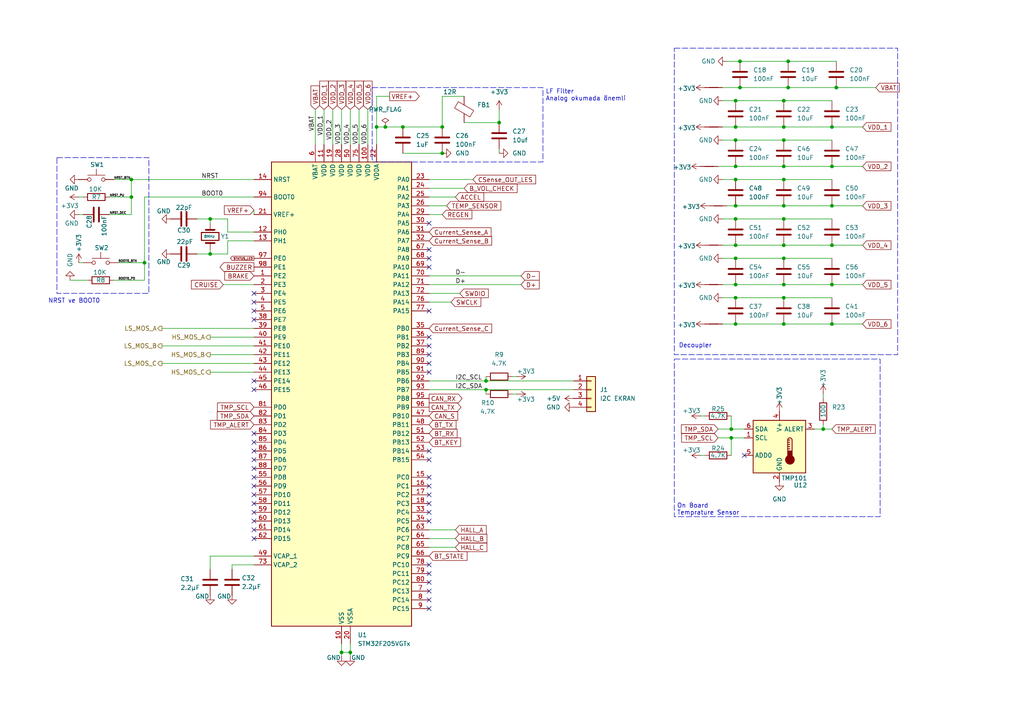
<source format=kicad_sch>
(kicad_sch (version 20250114) (generator "eeschema") (generator_version "9.0")
  (paper "A4")
  (rectangle (start 16.51 45.72) (end 43.18 85.09) (stroke (width 0) (type dash)))
  (rectangle (start 195.58 13.97) (end 260.35 102.87) (stroke (width 0) (type dash)))
  (rectangle (start 107.95 25.4) (end 157.48 46.99) (stroke (width 0) (type dash)))
  (rectangle (start 195.58 104.14) (end 255.27 149.86) (stroke (width 0) (type dash)))
  (text "NRST ve BOOT0\n" (at 13.97 87.376 0) (effects (font (size 1.27 1.27)) (justify left)))
  (text "On Board \nTemprature Sensor" (at 196.342 147.828 0) (effects (font (size 1.27 1.27)) (justify left)))
  (text "LF Filter\nAnalog okumada önemli\n" (at 158.242 27.686 0) (effects (font (size 1.27 1.27)) (justify left)))
  (text "Decoupler\n" (at 196.85 100.33 0) (effects (font (size 1.27 1.27)) (justify left)))
  (junction (at 227.33 52.07))
  (junction (at 144.78 35.56))
  (junction (at 213.36 82.55))
  (junction (at 109.22 36.83))
  (junction (at 213.36 52.07))
  (junction (at 213.36 71.12))
  (junction (at 241.3 93.98))
  (junction (at 214.63 25.4))
  (junction (at 111.76 36.83))
  (junction (at 213.36 48.26))
  (junction (at 213.36 36.83))
  (junction (at 227.33 63.5))
  (junction (at 214.63 17.78))
  (junction (at 41.91 76.2))
  (junction (at 227.33 29.21))
  (junction (at 213.36 40.64))
  (junction (at 101.6 189.23))
  (junction (at 213.36 29.21))
  (junction (at 213.36 86.36))
  (junction (at 128.27 36.83))
  (junction (at 140.97 110.49))
  (junction (at 227.33 86.36))
  (junction (at 38.1 52.07))
  (junction (at 227.33 59.69))
  (junction (at 227.33 82.55))
  (junction (at 212.09 124.46))
  (junction (at 228.6 17.78))
  (junction (at 140.97 113.03))
  (junction (at 60.96 63.5))
  (junction (at 241.3 36.83))
  (junction (at 213.36 74.93))
  (junction (at 227.33 48.26))
  (junction (at 238.76 124.46))
  (junction (at 241.3 71.12))
  (junction (at 60.96 73.66))
  (junction (at 38.1 57.15))
  (junction (at 227.33 74.93))
  (junction (at 99.06 189.23))
  (junction (at 213.36 93.98))
  (junction (at 227.33 40.64))
  (junction (at 241.3 59.69))
  (junction (at 228.6 25.4))
  (junction (at 241.3 82.55))
  (junction (at 242.57 25.4))
  (junction (at 128.27 44.45))
  (junction (at 213.36 63.5))
  (junction (at 213.36 59.69))
  (junction (at 241.3 48.26))
  (junction (at 227.33 71.12))
  (junction (at 212.09 127))
  (junction (at 227.33 93.98))
  (junction (at 227.33 36.83))
  (junction (at 116.84 36.83))
  (no_connect (at 124.46 176.53))
  (no_connect (at 73.66 153.67))
  (no_connect (at 73.66 130.81))
  (no_connect (at 124.46 140.97))
  (no_connect (at 73.66 146.05))
  (no_connect (at 124.46 107.95))
  (no_connect (at 124.46 72.39))
  (no_connect (at 124.46 105.41))
  (no_connect (at 73.66 148.59))
  (no_connect (at 124.46 173.99))
  (no_connect (at 124.46 77.47))
  (no_connect (at 73.66 140.97))
  (no_connect (at 124.46 64.77))
  (no_connect (at 73.66 110.49))
  (no_connect (at 73.66 90.17))
  (no_connect (at 73.66 156.21))
  (no_connect (at 73.66 151.13))
  (no_connect (at 124.46 102.87))
  (no_connect (at 124.46 151.13))
  (no_connect (at 124.46 97.79))
  (no_connect (at 124.46 130.81))
  (no_connect (at 73.66 92.71))
  (no_connect (at 124.46 163.83))
  (no_connect (at 124.46 143.51))
  (no_connect (at 215.9 132.08))
  (no_connect (at 124.46 166.37))
  (no_connect (at 73.66 128.27))
  (no_connect (at 124.46 171.45))
  (no_connect (at 124.46 138.43))
  (no_connect (at 124.46 74.93))
  (no_connect (at 124.46 148.59))
  (no_connect (at 124.46 100.33))
  (no_connect (at 73.66 135.89))
  (no_connect (at 124.46 133.35))
  (no_connect (at 73.66 143.51))
  (no_connect (at 73.66 87.63))
  (no_connect (at 124.46 146.05))
  (no_connect (at 73.66 113.03))
  (no_connect (at 124.46 168.91))
  (no_connect (at 73.66 133.35))
  (no_connect (at 124.46 90.17))
  (no_connect (at 73.66 138.43))
  (no_connect (at 73.66 85.09))
  (no_connect (at 73.66 125.73))
  (wire (pts (xy 124.46 153.67) (xy 132.08 153.67)))
  (wire (pts (xy 38.1 52.07) (xy 38.1 57.15)))
  (wire (pts (xy 60.96 72.39) (xy 60.96 73.66)))
  (wire (pts (xy 99.06 190.5) (xy 99.06 189.23)))
  (wire (pts (xy 209.55 71.12) (xy 213.36 71.12)))
  (wire (pts (xy 238.76 114.3) (xy 238.76 115.57)))
  (wire (pts (xy 227.33 40.64) (xy 241.3 40.64)))
  (wire (pts (xy 113.03 27.94) (xy 109.22 27.94)))
  (wire (pts (xy 212.09 124.46) (xy 215.9 124.46)))
  (wire (pts (xy 208.28 48.26) (xy 213.36 48.26)))
  (wire (pts (xy 99.06 31.75) (xy 99.06 41.91)))
  (wire (pts (xy 209.55 52.07) (xy 213.36 52.07)))
  (wire (pts (xy 227.33 59.69) (xy 241.3 59.69)))
  (wire (pts (xy 109.22 41.91) (xy 109.22 36.83)))
  (wire (pts (xy 41.91 81.28) (xy 41.91 76.2)))
  (wire (pts (xy 238.76 124.46) (xy 241.3 124.46)))
  (wire (pts (xy 60.96 161.29) (xy 73.66 161.29)))
  (wire (pts (xy 124.46 158.75) (xy 132.08 158.75)))
  (wire (pts (xy 60.96 63.5) (xy 60.96 64.77)))
  (wire (pts (xy 99.06 189.23) (xy 101.6 189.23)))
  (wire (pts (xy 46.99 105.41) (xy 73.66 105.41)))
  (wire (pts (xy 166.37 110.49) (xy 140.97 110.49)))
  (wire (pts (xy 228.6 17.78) (xy 242.57 17.78)))
  (wire (pts (xy 124.46 85.09) (xy 133.35 85.09)))
  (wire (pts (xy 46.99 95.25) (xy 73.66 95.25)))
  (wire (pts (xy 213.36 82.55) (xy 227.33 82.55)))
  (wire (pts (xy 212.09 127) (xy 215.9 127)))
  (wire (pts (xy 124.46 82.55) (xy 151.13 82.55)))
  (wire (pts (xy 227.33 93.98) (xy 241.3 93.98)))
  (wire (pts (xy 57.15 73.66) (xy 60.96 73.66)))
  (wire (pts (xy 209.55 93.98) (xy 213.36 93.98)))
  (wire (pts (xy 106.68 31.75) (xy 106.68 41.91)))
  (wire (pts (xy 66.04 63.5) (xy 60.96 63.5)))
  (wire (pts (xy 22.86 62.23) (xy 24.13 62.23)))
  (wire (pts (xy 41.91 57.15) (xy 73.66 57.15)))
  (wire (pts (xy 67.31 163.83) (xy 67.31 165.1)))
  (wire (pts (xy 73.66 60.96) (xy 73.66 62.23)))
  (wire (pts (xy 209.55 25.4) (xy 214.63 25.4)))
  (wire (pts (xy 227.33 74.93) (xy 241.3 74.93)))
  (wire (pts (xy 38.1 52.07) (xy 73.66 52.07)))
  (wire (pts (xy 116.84 36.83) (xy 128.27 36.83)))
  (wire (pts (xy 140.97 113.03) (xy 166.37 113.03)))
  (wire (pts (xy 99.06 189.23) (xy 99.06 186.69)))
  (wire (pts (xy 212.09 120.65) (xy 212.09 124.46)))
  (wire (pts (xy 134.62 35.56) (xy 144.78 35.56)))
  (wire (pts (xy 104.14 31.75) (xy 104.14 41.91)))
  (wire (pts (xy 227.33 63.5) (xy 241.3 63.5)))
  (wire (pts (xy 227.33 86.36) (xy 241.3 86.36)))
  (wire (pts (xy 66.04 67.31) (xy 73.66 67.31)))
  (wire (pts (xy 124.46 87.63) (xy 130.81 87.63)))
  (wire (pts (xy 144.78 44.45) (xy 144.78 43.18)))
  (wire (pts (xy 66.04 67.31) (xy 66.04 63.5)))
  (wire (pts (xy 210.82 59.69) (xy 213.36 59.69)))
  (wire (pts (xy 212.09 127) (xy 212.09 132.08)))
  (wire (pts (xy 124.46 62.23) (xy 128.27 62.23)))
  (wire (pts (xy 124.46 59.69) (xy 129.54 59.69)))
  (wire (pts (xy 214.63 17.78) (xy 228.6 17.78)))
  (wire (pts (xy 128.27 27.94) (xy 128.27 36.83)))
  (wire (pts (xy 60.96 161.29) (xy 60.96 165.1)))
  (wire (pts (xy 33.02 81.28) (xy 41.91 81.28)))
  (wire (pts (xy 213.36 93.98) (xy 227.33 93.98)))
  (wire (pts (xy 96.52 31.75) (xy 96.52 41.91)))
  (wire (pts (xy 20.32 81.28) (xy 25.4 81.28)))
  (wire (pts (xy 46.99 100.33) (xy 73.66 100.33)))
  (wire (pts (xy 31.75 57.15) (xy 38.1 57.15)))
  (wire (pts (xy 124.46 52.07) (xy 137.16 52.07)))
  (wire (pts (xy 213.36 71.12) (xy 227.33 71.12)))
  (wire (pts (xy 60.96 102.87) (xy 73.66 102.87)))
  (wire (pts (xy 203.2 120.65) (xy 204.47 120.65)))
  (wire (pts (xy 214.63 25.4) (xy 228.6 25.4)))
  (wire (pts (xy 66.04 69.85) (xy 73.66 69.85)))
  (wire (pts (xy 209.55 29.21) (xy 213.36 29.21)))
  (wire (pts (xy 93.98 31.75) (xy 93.98 41.91)))
  (wire (pts (xy 208.28 127) (xy 212.09 127)))
  (wire (pts (xy 128.27 27.94) (xy 134.62 27.94)))
  (wire (pts (xy 238.76 124.46) (xy 236.22 124.46)))
  (wire (pts (xy 213.36 40.64) (xy 227.33 40.64)))
  (wire (pts (xy 213.36 86.36) (xy 227.33 86.36)))
  (wire (pts (xy 227.33 82.55) (xy 241.3 82.55)))
  (wire (pts (xy 38.1 62.23) (xy 38.1 57.15)))
  (wire (pts (xy 213.36 63.5) (xy 227.33 63.5)))
  (wire (pts (xy 124.46 80.01) (xy 151.13 80.01)))
  (wire (pts (xy 124.46 156.21) (xy 132.08 156.21)))
  (wire (pts (xy 241.3 93.98) (xy 250.19 93.98)))
  (wire (pts (xy 111.76 36.83) (xy 116.84 36.83)))
  (wire (pts (xy 209.55 40.64) (xy 213.36 40.64)))
  (wire (pts (xy 208.28 124.46) (xy 212.09 124.46)))
  (wire (pts (xy 227.33 48.26) (xy 241.3 48.26)))
  (wire (pts (xy 241.3 36.83) (xy 250.19 36.83)))
  (wire (pts (xy 57.15 63.5) (xy 60.96 63.5)))
  (wire (pts (xy 149.86 109.22) (xy 148.59 109.22)))
  (wire (pts (xy 124.46 54.61) (xy 134.62 54.61)))
  (wire (pts (xy 67.31 163.83) (xy 73.66 163.83)))
  (wire (pts (xy 124.46 110.49) (xy 140.97 110.49)))
  (wire (pts (xy 213.36 74.93) (xy 227.33 74.93)))
  (wire (pts (xy 60.96 97.79) (xy 73.66 97.79)))
  (wire (pts (xy 116.84 44.45) (xy 128.27 44.45)))
  (wire (pts (xy 101.6 189.23) (xy 101.6 186.69)))
  (wire (pts (xy 241.3 48.26) (xy 250.19 48.26)))
  (wire (pts (xy 227.33 29.21) (xy 241.3 29.21)))
  (wire (pts (xy 209.55 86.36) (xy 213.36 86.36)))
  (wire (pts (xy 149.86 114.3) (xy 148.59 114.3)))
  (wire (pts (xy 101.6 190.5) (xy 101.6 189.23)))
  (wire (pts (xy 66.04 69.85) (xy 66.04 73.66)))
  (wire (pts (xy 22.86 76.2) (xy 24.13 76.2)))
  (wire (pts (xy 109.22 27.94) (xy 109.22 36.83)))
  (wire (pts (xy 209.55 63.5) (xy 213.36 63.5)))
  (wire (pts (xy 228.6 25.4) (xy 242.57 25.4)))
  (wire (pts (xy 124.46 113.03) (xy 140.97 113.03)))
  (wire (pts (xy 213.36 29.21) (xy 227.33 29.21)))
  (wire (pts (xy 210.82 17.78) (xy 214.63 17.78)))
  (wire (pts (xy 241.3 82.55) (xy 250.19 82.55)))
  (wire (pts (xy 33.02 52.07) (xy 38.1 52.07)))
  (wire (pts (xy 227.33 71.12) (xy 241.3 71.12)))
  (wire (pts (xy 241.3 71.12) (xy 250.19 71.12)))
  (wire (pts (xy 64.77 82.55) (xy 73.66 82.55)))
  (wire (pts (xy 22.86 57.15) (xy 24.13 57.15)))
  (wire (pts (xy 242.57 25.4) (xy 254 25.4)))
  (wire (pts (xy 140.97 113.03) (xy 140.97 114.3)))
  (wire (pts (xy 60.96 73.66) (xy 66.04 73.66)))
  (wire (pts (xy 213.36 48.26) (xy 227.33 48.26)))
  (wire (pts (xy 91.44 31.75) (xy 91.44 41.91)))
  (wire (pts (xy 60.96 107.95) (xy 73.66 107.95)))
  (wire (pts (xy 101.6 31.75) (xy 101.6 41.91)))
  (wire (pts (xy 203.2 132.08) (xy 204.47 132.08)))
  (wire (pts (xy 31.75 62.23) (xy 38.1 62.23)))
  (wire (pts (xy 213.36 59.69) (xy 227.33 59.69)))
  (wire (pts (xy 213.36 36.83) (xy 227.33 36.83)))
  (wire (pts (xy 241.3 59.69) (xy 250.19 59.69)))
  (wire (pts (xy 227.33 36.83) (xy 241.3 36.83)))
  (wire (pts (xy 209.55 36.83) (xy 213.36 36.83)))
  (wire (pts (xy 209.55 82.55) (xy 213.36 82.55)))
  (wire (pts (xy 209.55 74.93) (xy 213.36 74.93)))
  (wire (pts (xy 213.36 52.07) (xy 227.33 52.07)))
  (wire (pts (xy 144.78 31.75) (xy 144.78 35.56)))
  (wire (pts (xy 41.91 57.15) (xy 41.91 76.2)))
  (wire (pts (xy 109.22 36.83) (xy 111.76 36.83)))
  (wire (pts (xy 140.97 110.49) (xy 140.97 109.22)))
  (wire (pts (xy 238.76 123.19) (xy 238.76 124.46)))
  (wire (pts (xy 34.29 76.2) (xy 41.91 76.2)))
  (wire (pts (xy 227.33 52.07) (xy 241.3 52.07)))
  (wire (pts (xy 124.46 57.15) (xy 132.08 57.15)))
  (label "NRST" (at 58.42 52.07 0))
  (label "VDD_4" (at 101.6 41.91 90))
  (label "NRST_BTN" (at 33.02 52.07 0) (effects (font (size 0.635 0.635))))
  (label "NRST_PU" (at 31.75 57.15 0) (effects (font (size 0.635 0.635))))
  (label "VDD_3" (at 99.06 41.91 90))
  (label "VBAT" (at 91.44 38.1 90))
  (label "VDD_6" (at 106.68 41.91 90))
  (label "BOOT0_PD" (at 34.29 81.28 0) (effects (font (size 0.635 0.635))))
  (label "D+" (at 132.08 82.55 0))
  (label "VDD_2" (at 96.52 40.64 90))
  (label "I2C_SCL" (at 132.08 110.49 0))
  (label "I2C_SDA" (at 132.08 113.03 0))
  (label "NRST_DEC" (at 31.75 62.23 0) (effects (font (size 0.635 0.635))))
  (label "BOOT0" (at 58.42 57.15 0))
  (label "VDD_5" (at 104.14 41.91 90))
  (label "VDD_1" (at 93.98 39.37 90))
  (label "D-" (at 132.08 80.01 0))
  (label "BOOT0_BTN" (at 34.29 76.2 0) (effects (font (size 0.635 0.635))))
  (global_label "CRUISE" (shape input) (at 64.77 82.55 180) (property "Intersheetrefs" "${INTERSHEET_REFS}" (effects (hide yes))))
  (global_label "HALL_C" (shape input) (at 132.08 158.75 0) (property "Intersheetrefs" "${INTERSHEET_REFS}" (effects (hide yes))))
  (global_label "CAN_TX" (shape output) (at 124.46 118.11 0) (property "Intersheetrefs" "${INTERSHEET_REFS}" (effects (hide yes))))
  (global_label "VDD_4" (shape input) (at 250.19 71.12 0) (property "Intersheetrefs" "${INTERSHEET_REFS}" (effects (hide yes))))
  (global_label "CAN_S" (shape input) (at 124.46 120.65 0) (property "Intersheetrefs" "${INTERSHEET_REFS}" (effects (hide yes))))
  (global_label "D+" (shape input) (at 151.1203 82.55 0) (property "Intersheetrefs" "${INTERSHEET_REFS}" (effects (hide yes))))
  (global_label "VDD_3" (shape input) (at 250.19 59.69 0) (property "Intersheetrefs" "${INTERSHEET_REFS}" (effects (hide yes))))
  (global_label "VDD_2" (shape input) (at 250.19 48.26 0) (property "Intersheetrefs" "${INTERSHEET_REFS}" (effects (hide yes))))
  (global_label "D-" (shape input) (at 151.13 80.01 0) (property "Intersheetrefs" "${INTERSHEET_REFS}" (effects (hide yes))))
  (global_label "BT_KEY" (shape input) (at 124.46 128.27 0) (property "Intersheetrefs" "${INTERSHEET_REFS}" (effects (hide yes))))
  (global_label "HALL_B" (shape input) (at 132.08 156.21 0) (property "Intersheetrefs" "${INTERSHEET_REFS}" (effects (hide yes))))
  (global_label "HALL_A" (shape input) (at 132.08 153.67 0) (property "Intersheetrefs" "${INTERSHEET_REFS}" (effects (hide yes))))
  (global_label "STATUS_LED" (shape output) (at 73.66 74.93 180) (effects (font (size 0.635 0.635))) (property "Intersheetrefs" "${INTERSHEET_REFS}" (effects (hide yes))))
  (global_label "SWDIO" (shape input) (at 133.35 85.09 0) (property "Intersheetrefs" "${INTERSHEET_REFS}" (effects (hide yes))))
  (global_label "Current_Sense_B" (shape input) (at 124.46 69.85 0) (property "Intersheetrefs" "${INTERSHEET_REFS}" (effects (hide yes))))
  (global_label "TMP_SDA" (shape input) (at 73.66 120.65 180) (property "Intersheetrefs" "${INTERSHEET_REFS}" (effects (hide yes))))
  (global_label "TMP_ALERT" (shape input) (at 73.66 123.19 180) (property "Intersheetrefs" "${INTERSHEET_REFS}" (effects (hide yes))))
  (global_label "VDD_1" (shape input) (at 250.19 36.83 0) (property "Intersheetrefs" "${INTERSHEET_REFS}" (effects (hide yes))))
  (global_label "VREF+" (shape input) (at 73.66 60.96 180) (property "Intersheetrefs" "${INTERSHEET_REFS}" (effects (hide yes))))
  (global_label "REGEN" (shape input) (at 128.27 62.23 0) (property "Intersheetrefs" "${INTERSHEET_REFS}" (effects (hide yes))))
  (global_label "CAN_RX" (shape output) (at 124.46 115.57 0) (property "Intersheetrefs" "${INTERSHEET_REFS}" (effects (hide yes))))
  (global_label "BT_STATE" (shape input) (at 124.46 161.29 0) (property "Intersheetrefs" "${INTERSHEET_REFS}" (effects (hide yes))))
  (global_label "B_VOL_CHECK" (shape input) (at 134.62 54.61 0) (property "Intersheetrefs" "${INTERSHEET_REFS}" (effects (hide yes))))
  (global_label "VDD_6" (shape input) (at 106.68 31.75 90) (property "Intersheetrefs" "${INTERSHEET_REFS}" (effects (hide yes))))
  (global_label "TMP_ALERT" (shape input) (at 241.3 124.46 0) (property "Intersheetrefs" "${INTERSHEET_REFS}" (effects (hide yes))))
  (global_label "TMP_SCL" (shape input) (at 73.66 118.11 180) (property "Intersheetrefs" "${INTERSHEET_REFS}" (effects (hide yes))))
  (global_label "ACCEL" (shape input) (at 132.08 57.15 0) (property "Intersheetrefs" "${INTERSHEET_REFS}" (effects (hide yes))))
  (global_label "VDD_2" (shape input) (at 96.52 31.75 90) (property "Intersheetrefs" "${INTERSHEET_REFS}" (effects (hide yes))))
  (global_label "BT_RX" (shape input) (at 124.46 125.73 0) (property "Intersheetrefs" "${INTERSHEET_REFS}" (effects (hide yes))))
  (global_label "BRAKE" (shape input) (at 73.66 80.01 180) (property "Intersheetrefs" "${INTERSHEET_REFS}" (effects (hide yes))))
  (global_label "VDD_4" (shape input) (at 101.6 31.75 90) (property "Intersheetrefs" "${INTERSHEET_REFS}" (effects (hide yes))))
  (global_label "CSense_OUT_LES" (shape input) (at 137.16 52.07 0) (property "Intersheetrefs" "${INTERSHEET_REFS}" (effects (hide yes))))
  (global_label "BT_TX" (shape input) (at 124.46 123.19 0) (property "Intersheetrefs" "${INTERSHEET_REFS}" (effects (hide yes))))
  (global_label "VBAT" (shape input) (at 91.44 31.75 90) (property "Intersheetrefs" "${INTERSHEET_REFS}" (effects (hide yes))))
  (global_label "VDD_5" (shape input) (at 104.14 31.75 90) (property "Intersheetrefs" "${INTERSHEET_REFS}" (effects (hide yes))))
  (global_label "VREF+" (shape output) (at 113.03 27.94 0) (property "Intersheetrefs" "${INTERSHEET_REFS}" (effects (hide yes))))
  (global_label "VDD_1" (shape input) (at 93.98 31.75 90) (property "Intersheetrefs" "${INTERSHEET_REFS}" (effects (hide yes))))
  (global_label "Current_Sense_C" (shape input) (at 124.46 95.25 0) (property "Intersheetrefs" "${INTERSHEET_REFS}" (effects (hide yes))))
  (global_label "VBAT" (shape input) (at 254 25.4 0) (property "Intersheetrefs" "${INTERSHEET_REFS}" (effects (hide yes))))
  (global_label "VDD_5" (shape input) (at 250.19 82.55 0) (property "Intersheetrefs" "${INTERSHEET_REFS}" (effects (hide yes))))
  (global_label "TMP_SDA" (shape input) (at 208.28 124.46 180) (property "Intersheetrefs" "${INTERSHEET_REFS}" (effects (hide yes))))
  (global_label "TEMP_SENSOR" (shape input) (at 129.54 59.69 0) (property "Intersheetrefs" "${INTERSHEET_REFS}" (effects (hide yes))))
  (global_label "BUZZER" (shape output) (at 73.66 77.47 180) (property "Intersheetrefs" "${INTERSHEET_REFS}" (effects (hide yes))))
  (global_label "SWCLK" (shape input) (at 130.81 87.63 0) (property "Intersheetrefs" "${INTERSHEET_REFS}" (effects (hide yes))))
  (global_label "Current_Sense_A" (shape input) (at 124.46 67.31 0) (property "Intersheetrefs" "${INTERSHEET_REFS}" (effects (hide yes))))
  (global_label "VDD_3" (shape input) (at 99.06 31.75 90) (property "Intersheetrefs" "${INTERSHEET_REFS}" (effects (hide yes))))
  (global_label "TMP_SCL" (shape input) (at 208.28 127 180) (property "Intersheetrefs" "${INTERSHEET_REFS}" (effects (hide yes))))
  (global_label "VDD_6" (shape input) (at 250.19 93.98 0) (property "Intersheetrefs" "${INTERSHEET_REFS}" (effects (hide yes))))
  (hierarchical_label "HS_MOS_A" (shape output) (at 60.96 97.79 180))
  (hierarchical_label "LS_MOS_C" (shape output) (at 46.99 105.41 180))
  (hierarchical_label "HS_MOS_B" (shape output) (at 60.96 102.87 180))
  (hierarchical_label "LS_MOS_B" (shape output) (at 46.99 100.33 180))
  (hierarchical_label "HS_MOS_C" (shape output) (at 60.96 107.95 180))
  (hierarchical_label "LS_MOS_A" (shape output) (at 46.99 95.25 180))
  (symbol (lib_id "Device:NetTie_2") (at 208.28 59.69 0) (unit 1) (in_bom no)
    (property "Reference" "NT5" (effects (hide yes)))
    (property "Value" "NetTie_2" (effects (hide yes)))
    (property "Footprint" "NetTie:NetTie-2_SMD_Pad0.5mm" (effects (hide yes)))
    (property "Description" "Net tie, 2 pins" (effects (hide yes)))
  )
  (symbol (lib_id "Device:C") (at 242.57 21.59 0) (unit 1)
    (property "Reference" "C20" (at 246.38 20.3199 0) (effects (justify left)))
    (property "Value" "100nF" (at 246.38 22.8599 0) (effects (justify left)))
    (property "Footprint" "Capacitor_SMD:C_0603_1608Metric_Pad1.08x0.95mm_HandSolder" (effects (hide yes)))
    (property "Description" "Unpolarized capacitor" (effects (hide yes)))
  )
  (symbol (lib_id "Sensor_Temperature:TMP101") (at 226.06 129.54 0) (unit 1)
    (property "Reference" "U12" (at 232.156 140.716 0))
    (property "Value" "TMP101" (at 230.378 138.684 0))
    (property "Footprint" "Package_TO_SOT_SMD:SOT-23-6" (effects (hide yes)))
    (property "Datasheet" "https://www.ti.com/lit/ds/symlink/tmp101.pdf" (effects (hide yes)))
    (property "Description" "Digital Temperature Sensor with I2C/SMBus Interface, ±2°C, one-shot conversion, alert, SOT-23-6" (effects (hide yes)))
  )
  (symbol (lib_id "Device:C") (at 241.3 33.02 0) (unit 1)
    (property "Reference" "C23" (at 245.11 31.7499 0) (effects (justify left)))
    (property "Value" "100nF" (at 245.11 34.2899 0) (effects (justify left)))
    (property "Footprint" "Capacitor_SMD:C_0603_1608Metric_Pad1.08x0.95mm_HandSolder" (effects (hide yes)))
    (property "Description" "Unpolarized capacitor" (effects (hide yes)))
  )
  (symbol (lib_id "power:GND") (at 128.27 44.45 90) (unit 1)
    (property "Reference" "#PWR026" (effects (hide yes)))
    (property "Value" "GND" (at 132.08 44.4499 90) (effects (justify right)))
    (property "Description" "Power symbol creates a global label with name \"GND\" , ground" (effects (hide yes)))
  )
  (symbol (lib_id "power:+3V3") (at 204.47 82.55 90) (unit 1)
    (property "Reference" "#PWR090" (effects (hide yes)))
    (property "Value" "+3V3" (at 199.136 82.804 90))
    (property "Description" "Power symbol creates a global label with name \"+3V3\"" (effects (hide yes)))
  )
  (symbol (lib_id "power:GND") (at 67.31 172.72 0) (unit 1)
    (property "Reference" "#PWR042" (effects (hide yes)))
    (property "Value" "GND" (at 65.024 172.974 0))
    (property "Description" "Power symbol creates a global label with name \"GND\" , ground" (effects (hide yes)))
  )
  (symbol (lib_id "Device:R") (at 144.78 114.3 270) (unit 1)
    (property "Reference" "R10" (at 141.478 116.84 90))
    (property "Value" "4.7K" (at 141.478 119.38 90))
    (property "Footprint" "Resistor_SMD:R_0603_1608Metric_Pad0.98x0.95mm_HandSolder" (effects (hide yes)))
    (property "Description" "Resistor" (effects (hide yes)))
  )
  (symbol (lib_id "Device:C") (at 241.3 90.17 0) (unit 1)
    (property "Reference" "C41" (at 245.11 88.8999 0) (effects (justify left)))
    (property "Value" "100nF" (at 245.11 91.4399 0) (effects (justify left)))
    (property "Footprint" "Capacitor_SMD:C_0603_1608Metric_Pad1.08x0.95mm_HandSolder" (effects (hide yes)))
    (property "Description" "Unpolarized capacitor" (effects (hide yes)))
  )
  (symbol (lib_id "power:+3V3") (at 204.47 71.12 90) (unit 1)
    (property "Reference" "#PWR050" (effects (hide yes)))
    (property "Value" "+3V3" (at 199.136 71.374 90))
    (property "Description" "Power symbol creates a global label with name \"+3V3\"" (effects (hide yes)))
  )
  (symbol (lib_id "Switch:SW_Push") (at 29.21 76.2 0) (unit 1)
    (property "Reference" "SW2" (at 29.464 71.882 0))
    (property "Value" "SW_Push" (effects (hide yes)))
    (property "Footprint" "Button_Switch_THT:SW_PUSH_6mm_H8mm" (effects (hide yes)))
    (property "Description" "Push button switch, generic, two pins" (effects (hide yes)))
  )
  (symbol (lib_id "power:+3V3") (at 203.2 48.26 90) (unit 1)
    (property "Reference" "#PWR094" (effects (hide yes)))
    (property "Value" "+3V3" (at 197.866 48.514 90))
    (property "Description" "Power symbol creates a global label with name \"+3V3\"" (effects (hide yes)))
  )
  (symbol (lib_id "power:GND") (at 209.55 74.93 270) (unit 1)
    (property "Reference" "#PWR099" (effects (hide yes)))
    (property "Value" "GND" (at 204.724 74.93 90))
    (property "Description" "Power symbol creates a global label with name \"GND\" , ground" (effects (hide yes)))
  )
  (symbol (lib_id "power:+3V3") (at 149.86 114.3 270) (unit 1)
    (property "Reference" "#PWR035" (effects (hide yes)))
    (property "Value" "+3V3" (at 149.86 115.824 90) (effects (justify left)))
    (property "Description" "Power symbol creates a global label with name \"+3V3\"" (effects (hide yes)))
  )
  (symbol (lib_id "Device:C") (at 241.3 55.88 0) (unit 1)
    (property "Reference" "C50" (at 245.11 54.6099 0) (effects (justify left)))
    (property "Value" "100nF" (at 245.11 57.1499 0) (effects (justify left)))
    (property "Footprint" "Capacitor_SMD:C_0603_1608Metric_Pad1.08x0.95mm_HandSolder" (effects (hide yes)))
    (property "Description" "Unpolarized capacitor" (effects (hide yes)))
  )
  (symbol (lib_id "Switch:SW_Push") (at 27.94 52.07 0) (unit 1)
    (property "Reference" "SW1" (at 28.194 47.752 0))
    (property "Value" "SW_Push" (effects (hide yes)))
    (property "Footprint" "Button_Switch_THT:SW_PUSH_6mm_H8mm" (effects (hide yes)))
    (property "Description" "Push button switch, generic, two pins" (effects (hide yes)))
  )
  (symbol (lib_id "power:GND") (at 22.86 52.07 270) (unit 1)
    (property "Reference" "#PWR028" (effects (hide yes)))
    (property "Value" "GND" (at 22.86 54.61 90) (effects (justify right)))
    (property "Description" "Power symbol creates a global label with name \"GND\" , ground" (effects (hide yes)))
  )
  (symbol (lib_id "power:+3V3") (at 204.47 25.4 90) (unit 1)
    (property "Reference" "#PWR03" (effects (hide yes)))
    (property "Value" "+3V3" (at 199.136 25.654 90))
    (property "Description" "Power symbol creates a global label with name \"+3V3\"" (effects (hide yes)))
  )
  (symbol (lib_id "Device:Crystal") (at 60.96 68.58 270) (unit 1)
    (property "Reference" "Y1" (at 64.008 68.58 90) (effects (justify left)))
    (property "Value" "8MHz" (at 59.182 68.58 90) (effects (font (size 0.762 0.762)) (justify left)))
    (property "Footprint" "Crystal:Crystal_HC18-U_Vertical" (effects (hide yes)))
    (property "Description" "Two pin crystal" (effects (hide yes)))
  )
  (symbol (lib_id "power:+3V3") (at 203.2 120.65 90) (unit 1)
    (property "Reference" "#PWR0116" (effects (hide yes)))
    (property "Value" "+3V3" (at 203.2 119.126 90) (effects (justify left)))
    (property "Description" "Power symbol creates a global label with name \"+3V3\"" (effects (hide yes)))
  )
  (symbol (lib_id "power:PWR_FLAG") (at 111.76 36.83 0) (unit 1)
    (property "Reference" "#FLG05" (effects (hide yes)))
    (property "Value" "PWR_FLAG" (at 111.76 31.75 0))
    (property "Description" "Special symbol for telling ERC where power comes from" (effects (hide yes)))
  )
  (symbol (lib_id "power:+3V3") (at 226.06 119.38 0) (unit 1)
    (property "Reference" "#PWR0112" (effects (hide yes)))
    (property "Value" "+3V3" (at 226.06 114.808 90))
    (property "Description" "Power symbol creates a global label with name \"+3V3\"" (effects (hide yes)))
  )
  (symbol (lib_id "power:+3V3") (at 149.86 109.22 270) (unit 1)
    (property "Reference" "#PWR034" (effects (hide yes)))
    (property "Value" "+3V3" (at 149.86 107.696 90) (effects (justify left)))
    (property "Description" "Power symbol creates a global label with name \"+3V3\"" (effects (hide yes)))
  )
  (symbol (lib_id "power:GND") (at 49.53 73.66 270) (unit 1)
    (property "Reference" "#PWR033" (effects (hide yes)))
    (property "Value" "GND" (at 49.53 75.946 90) (effects (justify right)))
    (property "Description" "Power symbol creates a global label with name \"GND\" , ground" (effects (hide yes)))
  )
  (symbol (lib_id "Device:NetTie_2") (at 207.01 36.83 0) (unit 1) (in_bom no)
    (property "Reference" "NT3" (effects (hide yes)))
    (property "Value" "NetTie_2" (effects (hide yes)))
    (property "Footprint" "NetTie:NetTie-2_SMD_Pad0.5mm" (effects (hide yes)))
    (property "Description" "Net tie, 2 pins" (effects (hide yes)))
  )
  (symbol (lib_id "Device:C") (at 214.63 21.59 0) (unit 1)
    (property "Reference" "C18" (at 218.44 20.3199 0) (effects (justify left)))
    (property "Value" "100nF" (at 218.44 22.8599 0) (effects (justify left)))
    (property "Footprint" "Capacitor_SMD:C_0603_1608Metric_Pad1.08x0.95mm_HandSolder" (effects (hide yes)))
    (property "Description" "Unpolarized capacitor" (effects (hide yes)))
  )
  (symbol (lib_id "Device:NetTie_2") (at 207.01 93.98 0) (unit 1) (in_bom no)
    (property "Reference" "NT6" (effects (hide yes)))
    (property "Value" "NetTie_2" (effects (hide yes)))
    (property "Footprint" "NetTie:NetTie-2_SMD_Pad0.5mm" (effects (hide yes)))
    (property "Description" "Net tie, 2 pins" (effects (hide yes)))
  )
  (symbol (lib_id "Device:C") (at 227.33 67.31 0) (unit 1)
    (property "Reference" "C52" (at 231.14 66.0399 0) (effects (justify left)))
    (property "Value" "10uF" (at 231.14 68.5799 0) (effects (justify left)))
    (property "Footprint" "Capacitor_SMD:C_0603_1608Metric_Pad1.08x0.95mm_HandSolder" (effects (hide yes)))
    (property "Description" "Unpolarized capacitor" (effects (hide yes)))
  )
  (symbol (lib_id "power:GND") (at 209.55 52.07 270) (unit 1)
    (property "Reference" "#PWR095" (effects (hide yes)))
    (property "Value" "GND" (at 204.724 52.07 90))
    (property "Description" "Power symbol creates a global label with name \"GND\" , ground" (effects (hide yes)))
  )
  (symbol (lib_id "Device:C") (at 144.78 39.37 0) (unit 1)
    (property "Reference" "C27" (at 148.59 38.0999 0) (effects (justify left)))
    (property "Value" "10uf" (at 148.59 40.6399 0) (effects (justify left)))
    (property "Footprint" "Capacitor_SMD:C_0805_2012Metric_Pad1.18x1.45mm_HandSolder" (effects (hide yes)))
    (property "Description" "Unpolarized capacitor" (effects (hide yes)))
  )
  (symbol (lib_id "Device:NetTie_2") (at 205.74 48.26 0) (unit 1) (in_bom no)
    (property "Reference" "NT9" (effects (hide yes)))
    (property "Value" "NetTie_2" (effects (hide yes)))
    (property "Footprint" "NetTie:NetTie-2_SMD_Pad0.5mm" (effects (hide yes)))
    (property "Description" "Net tie, 2 pins" (effects (hide yes)))
  )
  (symbol (lib_id "Device:C") (at 53.34 63.5 90) (unit 1)
    (property "Reference" "C30" (at 53.34 66.802 90))
    (property "Value" "22pF" (at 53.34 60.198 90))
    (property "Footprint" "Capacitor_SMD:C_0603_1608Metric_Pad1.08x0.95mm_HandSolder" (effects (hide yes)))
    (property "Description" "Unpolarized capacitor" (effects (hide yes)))
  )
  (symbol (lib_id "power:GND") (at 49.53 63.5 270) (unit 1)
    (property "Reference" "#PWR030" (effects (hide yes)))
    (property "Value" "GND" (at 49.53 61.214 90) (effects (justify right)))
    (property "Description" "Power symbol creates a global label with name \"GND\" , ground" (effects (hide yes)))
  )
  (symbol (lib_id "power:+3V3") (at 22.86 57.15 90) (unit 1)
    (property "Reference" "#PWR027" (effects (hide yes)))
    (property "Value" "+3V3" (at 22.86 59.69 90) (effects (justify left)))
    (property "Description" "Power symbol creates a global label with name \"+3V3\"" (effects (hide yes)))
  )
  (symbol (lib_id "power:+5V") (at 166.37 115.57 90) (unit 1)
    (property "Reference" "#PWR036" (effects (hide yes)))
    (property "Value" "+5V" (at 162.56 115.5699 90) (effects (justify left)))
    (property "Description" "Power symbol creates a global label with name \"+5V\"" (effects (hide yes)))
  )
  (symbol (lib_id "power:+3V3") (at 204.47 36.83 90) (unit 1)
    (property "Reference" "#PWR052" (effects (hide yes)))
    (property "Value" "+3V3" (at 199.136 37.084 90))
    (property "Description" "Power symbol creates a global label with name \"+3V3\"" (effects (hide yes)))
  )
  (symbol (lib_id "Device:R") (at 208.28 120.65 90) (unit 1)
    (property "Reference" "R25" (at 208.28 118.618 90))
    (property "Value" "4.7K" (at 208.28 120.65 90))
    (property "Footprint" "Resistor_SMD:R_0603_1608Metric_Pad0.98x0.95mm_HandSolder" (effects (hide yes)))
    (property "Description" "Resistor" (effects (hide yes)))
  )
  (symbol (lib_id "power:GND") (at 209.55 86.36 270) (unit 1)
    (property "Reference" "#PWR051" (effects (hide yes)))
    (property "Value" "GND" (at 204.724 86.36 90))
    (property "Description" "Power symbol creates a global label with name \"GND\" , ground" (effects (hide yes)))
  )
  (symbol (lib_id "Device:C") (at 227.33 55.88 0) (unit 1)
    (property "Reference" "C49" (at 231.14 54.6099 0) (effects (justify left)))
    (property "Value" "10uF" (at 231.14 57.1499 0) (effects (justify left)))
    (property "Footprint" "Capacitor_SMD:C_0603_1608Metric_Pad1.08x0.95mm_HandSolder" (effects (hide yes)))
    (property "Description" "Unpolarized capacitor" (effects (hide yes)))
  )
  (symbol (lib_id "power:GND") (at 166.37 118.11 270) (unit 1)
    (property "Reference" "#PWR037" (effects (hide yes)))
    (property "Value" "GND" (at 162.56 118.1099 90) (effects (justify right)))
    (property "Description" "Power symbol creates a global label with name \"GND\" , ground" (effects (hide yes)))
  )
  (symbol (lib_id "power:GND") (at 226.06 139.7 0) (unit 1)
    (property "Reference" "#PWR0113" (effects (hide yes)))
    (property "Value" "GND" (at 226.06 144.78 0))
    (property "Description" "Power symbol creates a global label with name \"GND\" , ground" (effects (hide yes)))
  )
  (symbol (lib_id "Device:C") (at 227.33 90.17 0) (unit 1)
    (property "Reference" "C38" (at 231.14 88.8999 0) (effects (justify left)))
    (property "Value" "10uF" (at 231.14 91.4399 0) (effects (justify left)))
    (property "Footprint" "Capacitor_SMD:C_0603_1608Metric_Pad1.08x0.95mm_HandSolder" (effects (hide yes)))
    (property "Description" "Unpolarized capacitor" (effects (hide yes)))
  )
  (symbol (lib_id "Device:C") (at 213.36 90.17 0) (unit 1)
    (property "Reference" "C37" (at 217.17 88.8999 0) (effects (justify left)))
    (property "Value" "100nF" (at 217.17 91.4399 0) (effects (justify left)))
    (property "Footprint" "Capacitor_SMD:C_0603_1608Metric_Pad1.08x0.95mm_HandSolder" (effects (hide yes)))
    (property "Description" "Unpolarized capacitor" (effects (hide yes)))
  )
  (symbol (lib_id "power:+3V3") (at 204.47 93.98 90) (unit 1)
    (property "Reference" "#PWR088" (effects (hide yes)))
    (property "Value" "+3V3" (at 199.136 94.234 90))
    (property "Description" "Power symbol creates a global label with name \"+3V3\"" (effects (hide yes)))
  )
  (symbol (lib_id "power:GND") (at 144.78 44.45 90) (unit 1)
    (property "Reference" "#PWR023" (effects (hide yes)))
    (property "Value" "GND" (at 148.59 44.4499 90) (effects (justify right)))
    (property "Description" "Power symbol creates a global label with name \"GND\" , ground" (effects (hide yes)))
  )
  (symbol (lib_id "power:GND") (at 60.96 172.72 0) (unit 1)
    (property "Reference" "#PWR041" (effects (hide yes)))
    (property "Value" "GND" (at 58.674 172.974 0))
    (property "Description" "Power symbol creates a global label with name \"GND\" , ground" (effects (hide yes)))
  )
  (symbol (lib_id "power:GND") (at 210.82 17.78 270) (unit 1)
    (property "Reference" "#PWR020" (effects (hide yes)))
    (property "Value" "GND" (at 205.486 17.78 90))
    (property "Description" "Power symbol creates a global label with name \"GND\" , ground" (effects (hide yes)))
  )
  (symbol (lib_id "Device:NetTie_2") (at 207.01 25.4 0) (unit 1) (in_bom no)
    (property "Reference" "NT2" (effects (hide yes)))
    (property "Value" "NetTie_2" (effects (hide yes)))
    (property "Footprint" "NetTie:NetTie-2_SMD_Pad0.5mm" (effects (hide yes)))
    (property "Description" "Net tie, 2 pins" (effects (hide yes)))
  )
  (symbol (lib_id "Device:C") (at 67.31 168.91 0) (unit 1)
    (property "Reference" "C32" (at 70.104 167.64 0) (effects (justify left)))
    (property "Value" "2.2µF" (at 70.104 170.18 0) (effects (justify left)))
    (property "Footprint" "Capacitor_SMD:C_0603_1608Metric_Pad1.08x0.95mm_HandSolder" (effects (hide yes)))
    (property "Description" "Unpolarized capacitor" (effects (hide yes)))
  )
  (symbol (lib_id "power:GND") (at 209.55 63.5 270) (unit 1)
    (property "Reference" "#PWR097" (effects (hide yes)))
    (property "Value" "GND" (at 204.724 63.5 90))
    (property "Description" "Power symbol creates a global label with name \"GND\" , ground" (effects (hide yes)))
  )
  (symbol (lib_id "power:GND") (at 20.32 81.28 180) (unit 1)
    (property "Reference" "#PWR032" (effects (hide yes)))
    (property "Value" "GND" (at 20.3201 77.47 90) (effects (justify right)))
    (property "Description" "Power symbol creates a global label with name \"GND\" , ground" (effects (hide yes)))
  )
  (symbol (lib_id "Device:C") (at 227.33 44.45 0) (unit 1)
    (property "Reference" "C46" (at 231.14 43.1799 0) (effects (justify left)))
    (property "Value" "10uF" (at 231.14 45.7199 0) (effects (justify left)))
    (property "Footprint" "Capacitor_SMD:C_0603_1608Metric_Pad1.08x0.95mm_HandSolder" (effects (hide yes)))
    (property "Description" "Unpolarized capacitor" (effects (hide yes)))
  )
  (symbol (lib_id "power:+3V3") (at 203.2 132.08 90) (unit 1)
    (property "Reference" "#PWR0115" (effects (hide yes)))
    (property "Value" "+3V3" (at 203.2 130.556 90) (effects (justify left)))
    (property "Description" "Power symbol creates a global label with name \"+3V3\"" (effects (hide yes)))
  )
  (symbol (lib_id "Device:C") (at 128.27 40.64 0) (unit 1)
    (property "Reference" "C26" (at 132.08 39.3699 0) (effects (justify left)))
    (property "Value" "100nF" (at 132.08 41.9099 0) (effects (justify left)))
    (property "Footprint" "Capacitor_SMD:C_0603_1608Metric_Pad1.08x0.95mm_HandSolder" (effects (hide yes)))
    (property "Description" "Unpolarized capacitor" (effects (hide yes)))
  )
  (symbol (lib_id "Device:C") (at 241.3 78.74 0) (unit 1)
    (property "Reference" "C56" (at 245.11 77.4699 0) (effects (justify left)))
    (property "Value" "100nF" (at 245.11 80.0099 0) (effects (justify left)))
    (property "Footprint" "Capacitor_SMD:C_0603_1608Metric_Pad1.08x0.95mm_HandSolder" (effects (hide yes)))
    (property "Description" "Unpolarized capacitor" (effects (hide yes)))
  )
  (symbol (lib_id "Device:NetTie_2") (at 207.01 82.55 0) (unit 1) (in_bom no)
    (property "Reference" "NT7" (effects (hide yes)))
    (property "Value" "NetTie_2" (effects (hide yes)))
    (property "Footprint" "NetTie:NetTie-2_SMD_Pad0.5mm" (effects (hide yes)))
    (property "Description" "Net tie, 2 pins" (effects (hide yes)))
  )
  (symbol (lib_id "Device:R") (at 208.28 132.08 90) (unit 1)
    (property "Reference" "R24" (at 208.28 130.048 90))
    (property "Value" "4.7K" (at 208.28 132.08 90))
    (property "Footprint" "Resistor_SMD:R_0603_1608Metric_Pad0.98x0.95mm_HandSolder" (effects (hide yes)))
    (property "Description" "Resistor" (effects (hide yes)))
  )
  (symbol (lib_id "Device:R") (at 144.78 109.22 90) (unit 1)
    (property "Reference" "R9" (at 144.78 102.87 90))
    (property "Value" "4.7K" (at 144.78 105.41 90))
    (property "Footprint" "Resistor_SMD:R_0603_1608Metric_Pad0.98x0.95mm_HandSolder" (effects (hide yes)))
    (property "Description" "Resistor" (effects (hide yes)))
  )
  (symbol (lib_id "Connector_Generic:Conn_01x04") (at 171.45 113.03 0) (unit 1)
    (property "Reference" "J1" (at 173.99 113.0299 0) (effects (justify left)))
    (property "Value" "I2C EKRAN" (at 173.99 115.5699 0) (effects (justify left)))
    (property "Footprint" "Connector_PinSocket_2.00mm:PinSocket_1x04_P2.00mm_Vertical" (effects (hide yes)))
    (property "Description" "Generic connector, single row, 01x04, script generated (kicad-library-utils/schlib/autogen/connector/)" (effects (hide yes)))
  )
  (symbol (lib_id "power:GND") (at 209.55 29.21 270) (unit 1)
    (property "Reference" "#PWR091" (effects (hide yes)))
    (property "Value" "GND" (at 204.724 29.21 90))
    (property "Description" "Power symbol creates a global label with name \"GND\" , ground" (effects (hide yes)))
  )
  (symbol (lib_id "Device:C") (at 213.36 44.45 0) (unit 1)
    (property "Reference" "C24" (at 217.17 43.1799 0) (effects (justify left)))
    (property "Value" "100nF" (at 217.17 45.7199 0) (effects (justify left)))
    (property "Footprint" "Capacitor_SMD:C_0603_1608Metric_Pad1.08x0.95mm_HandSolder" (effects (hide yes)))
    (property "Description" "Unpolarized capacitor" (effects (hide yes)))
  )
  (symbol (lib_id "Device:C") (at 227.33 78.74 0) (unit 1)
    (property "Reference" "C55" (at 231.14 77.4699 0) (effects (justify left)))
    (property "Value" "10uF" (at 231.14 80.0099 0) (effects (justify left)))
    (property "Footprint" "Capacitor_SMD:C_0603_1608Metric_Pad1.08x0.95mm_HandSolder" (effects (hide yes)))
    (property "Description" "Unpolarized capacitor" (effects (hide yes)))
  )
  (symbol (lib_id "power:+3V3") (at 205.74 59.69 90) (unit 1)
    (property "Reference" "#PWR065" (effects (hide yes)))
    (property "Value" "+3V3" (at 200.406 59.944 90))
    (property "Description" "Power symbol creates a global label with name \"+3V3\"" (effects (hide yes)))
  )
  (symbol (lib_id "Device:FerriteBead") (at 134.62 31.75 0) (unit 1)
    (property "Reference" "FB1" (at 138.43 30.4291 0) (effects (justify left)))
    (property "Value" "12R" (at 128.524 26.67 0) (effects (justify left)))
    (property "Footprint" "Resistor_SMD:R_0805_2012Metric_Pad1.20x1.40mm_HandSolder" (effects (hide yes)))
    (property "Description" "Ferrite bead" (effects (hide yes)))
  )
  (symbol (lib_id "Device:C") (at 213.36 78.74 0) (unit 1)
    (property "Reference" "C54" (at 217.17 77.4699 0) (effects (justify left)))
    (property "Value" "100nF" (at 217.17 80.0099 0) (effects (justify left)))
    (property "Footprint" "Capacitor_SMD:C_0603_1608Metric_Pad1.08x0.95mm_HandSolder" (effects (hide yes)))
    (property "Description" "Unpolarized capacitor" (effects (hide yes)))
  )
  (symbol (lib_id "Device:C") (at 213.36 55.88 0) (unit 1)
    (property "Reference" "C48" (at 217.17 54.6099 0) (effects (justify left)))
    (property "Value" "100nF" (at 217.17 57.1499 0) (effects (justify left)))
    (property "Footprint" "Capacitor_SMD:C_0603_1608Metric_Pad1.08x0.95mm_HandSolder" (effects (hide yes)))
    (property "Description" "Unpolarized capacitor" (effects (hide yes)))
  )
  (symbol (lib_id "Device:C") (at 53.34 73.66 90) (unit 1)
    (property "Reference" "C29" (at 53.34 76.962 90))
    (property "Value" "22pF" (at 53.594 70.104 90))
    (property "Footprint" "Capacitor_SMD:C_0603_1608Metric_Pad1.08x0.95mm_HandSolder" (effects (hide yes)))
    (property "Description" "Unpolarized capacitor" (effects (hide yes)))
  )
  (symbol (lib_id "Device:R") (at 238.76 119.38 0) (unit 1)
    (property "Reference" "R23" (at 241.3 118.1099 0) (effects (justify left)))
    (property "Value" "100" (at 238.76 121.158 90) (effects (justify left)))
    (property "Footprint" "Resistor_SMD:R_0603_1608Metric_Pad0.98x0.95mm_HandSolder" (effects (hide yes)))
    (property "Description" "Resistor" (effects (hide yes)))
  )
  (symbol (lib_id "MCU_ST_STM32F2:STM32F205VGTx") (at 99.06 115.57 0) (unit 1)
    (property "Reference" "U1" (at 103.7433 184.15 0) (effects (justify left)))
    (property "Value" "STM32F205VGTx" (at 103.7433 186.69 0) (effects (justify left)))
    (property "Footprint" "Package_QFP:LQFP-100_14x14mm_P0.5mm" (effects (hide yes)))
    (property "Datasheet" "https://www.st.com/resource/en/datasheet/stm32f205vg.pdf" (effects (hide yes)))
    (property "Description" "STMicroelectronics Arm Cortex-M3 MCU, 1024KB flash, 128KB RAM, 120 MHz, 1.8-3.6V, 82 GPIO, LQFP100" (effects (hide yes)))
  )
  (symbol (lib_id "Device:R") (at 29.21 81.28 270) (unit 1)
    (property "Reference" "R8" (at 29.21 81.28 90))
    (property "Value" "10K" (at 28.956 78.994 90))
    (property "Footprint" "Resistor_SMD:R_0402_1005Metric_Pad0.72x0.64mm_HandSolder" (effects (hide yes)))
    (property "Description" "Resistor" (effects (hide yes)))
  )
  (symbol (lib_id "power:+3V3") (at 144.78 31.75 0) (unit 1)
    (property "Reference" "#PWR022" (effects (hide yes)))
    (property "Value" "+3V3" (at 144.78 26.67 0))
    (property "Description" "Power symbol creates a global label with name \"+3V3\"" (effects (hide yes)))
  )
  (symbol (lib_id "power:+3V3") (at 238.76 114.3 0) (unit 1)
    (property "Reference" "#PWR0114" (effects (hide yes)))
    (property "Value" "+3V3" (at 238.76 109.728 90))
    (property "Description" "Power symbol creates a global label with name \"+3V3\"" (effects (hide yes)))
  )
  (symbol (lib_id "power:GND") (at 22.86 62.23 270) (unit 1)
    (property "Reference" "#PWR029" (effects (hide yes)))
    (property "Value" "GND" (at 22.86 64.77 90) (effects (justify right)))
    (property "Description" "Power symbol creates a global label with name \"GND\" , ground" (effects (hide yes)))
  )
  (symbol (lib_id "Device:C") (at 213.36 67.31 0) (unit 1)
    (property "Reference" "C51" (at 217.17 66.0399 0) (effects (justify left)))
    (property "Value" "100nF" (at 217.17 68.5799 0) (effects (justify left)))
    (property "Footprint" "Capacitor_SMD:C_0603_1608Metric_Pad1.08x0.95mm_HandSolder" (effects (hide yes)))
    (property "Description" "Unpolarized capacitor" (effects (hide yes)))
  )
  (symbol (lib_id "power:GND") (at 209.55 40.64 270) (unit 1)
    (property "Reference" "#PWR093" (effects (hide yes)))
    (property "Value" "GND" (at 204.724 40.64 90))
    (property "Description" "Power symbol creates a global label with name \"GND\" , ground" (effects (hide yes)))
  )
  (symbol (lib_id "Device:C") (at 213.36 33.02 0) (unit 1)
    (property "Reference" "C21" (at 217.17 31.7499 0) (effects (justify left)))
    (property "Value" "100nF" (at 217.17 34.2899 0) (effects (justify left)))
    (property "Footprint" "Capacitor_SMD:C_0603_1608Metric_Pad1.08x0.95mm_HandSolder" (effects (hide yes)))
    (property "Description" "Unpolarized capacitor" (effects (hide yes)))
  )
  (symbol (lib_id "Device:C") (at 241.3 44.45 0) (unit 1)
    (property "Reference" "C47" (at 245.11 43.1799 0) (effects (justify left)))
    (property "Value" "100nF" (at 245.11 45.7199 0) (effects (justify left)))
    (property "Footprint" "Capacitor_SMD:C_0603_1608Metric_Pad1.08x0.95mm_HandSolder" (effects (hide yes)))
    (property "Description" "Unpolarized capacitor" (effects (hide yes)))
  )
  (symbol (lib_id "power:GND") (at 101.6 190.5 0) (unit 1)
    (property "Reference" "#PWR024" (effects (hide yes)))
    (property "Value" "GND" (at 103.886 190.754 0))
    (property "Description" "Power symbol creates a global label with name \"GND\" , ground" (effects (hide yes)))
  )
  (symbol (lib_id "Device:R") (at 27.94 57.15 270) (unit 1)
    (property "Reference" "R7" (at 27.94 57.15 90))
    (property "Value" "10K" (at 27.686 54.864 90))
    (property "Footprint" "Resistor_THT:R_Axial_DIN0207_L6.3mm_D2.5mm_P7.62mm_Horizontal" (effects (hide yes)))
    (property "Description" "Resistor" (effects (hide yes)))
  )
  (symbol (lib_id "Device:C") (at 241.3 67.31 0) (unit 1)
    (property "Reference" "C53" (at 245.11 66.0399 0) (effects (justify left)))
    (property "Value" "100nF" (at 245.11 68.5799 0) (effects (justify left)))
    (property "Footprint" "Capacitor_SMD:C_0603_1608Metric_Pad1.08x0.95mm_HandSolder" (effects (hide yes)))
    (property "Description" "Unpolarized capacitor" (effects (hide yes)))
  )
  (symbol (lib_id "Device:NetTie_2") (at 207.01 71.12 0) (unit 1) (in_bom no)
    (property "Reference" "NT4" (effects (hide yes)))
    (property "Value" "NetTie_2" (effects (hide yes)))
    (property "Footprint" "NetTie:NetTie-2_SMD_Pad0.5mm" (effects (hide yes)))
    (property "Description" "Net tie, 2 pins" (effects (hide yes)))
  )
  (symbol (lib_id "Device:C") (at 116.84 40.64 0) (unit 1)
    (property "Reference" "C25" (at 120.65 39.3699 0) (effects (justify left)))
    (property "Value" "1uF" (at 120.65 41.9099 0) (effects (justify left)))
    (property "Footprint" "Capacitor_SMD:C_0603_1608Metric_Pad1.08x0.95mm_HandSolder" (effects (hide yes)))
    (property "Description" "Unpolarized capacitor" (effects (hide yes)))
  )
  (symbol (lib_id "Device:C") (at 60.96 168.91 0) (unit 1)
    (property "Reference" "C31" (at 52.324 167.894 0) (effects (justify left)))
    (property "Value" "2.2µF" (at 52.324 170.434 0) (effects (justify left)))
    (property "Footprint" "Capacitor_SMD:C_0603_1608Metric_Pad1.08x0.95mm_HandSolder" (effects (hide yes)))
    (property "Description" "Unpolarized capacitor" (effects (hide yes)))
  )
  (symbol (lib_id "power:+3V3") (at 22.86 76.2 0) (unit 1)
    (property "Reference" "#PWR031" (effects (hide yes)))
    (property "Value" "+3V3" (at 22.86 73.152 90) (effects (justify left)))
    (property "Description" "Power symbol creates a global label with name \"+3V3\"" (effects (hide yes)))
  )
  (symbol (lib_id "Device:C") (at 27.94 62.23 90) (unit 1)
    (property "Reference" "C28" (at 25.908 66.294 0) (effects (justify left)))
    (property "Value" "100nF" (at 30.226 68.58 0) (effects (justify left)))
    (property "Footprint" "Capacitor_THT:C_Disc_D10.5mm_W5.0mm_P5.00mm" (effects (hide yes)))
    (property "Description" "Unpolarized capacitor" (effects (hide yes)))
  )
  (symbol (lib_id "power:GND") (at 99.06 190.5 0) (unit 1)
    (property "Reference" "#PWR025" (effects (hide yes)))
    (property "Value" "GND" (at 96.774 190.754 0))
    (property "Description" "Power symbol creates a global label with name \"GND\" , ground" (effects (hide yes)))
  )
  (symbol (lib_id "Device:C") (at 228.6 21.59 0) (unit 1)
    (property "Reference" "C19" (at 232.41 20.3199 0) (effects (justify left)))
    (property "Value" "10uF" (at 232.41 22.8599 0) (effects (justify left)))
    (property "Footprint" "Capacitor_SMD:C_0603_1608Metric_Pad1.08x0.95mm_HandSolder" (effects (hide yes)))
    (property "Description" "Unpolarized capacitor" (effects (hide yes)))
  )
  (symbol (lib_id "Device:C") (at 227.33 33.02 0) (unit 1)
    (property "Reference" "C22" (at 231.14 31.7499 0) (effects (justify left)))
    (property "Value" "10uF" (at 231.14 34.2899 0) (effects (justify left)))
    (property "Footprint" "Capacitor_SMD:C_0603_1608Metric_Pad1.08x0.95mm_HandSolder" (effects (hide yes)))
    (property "Description" "Unpolarized capacitor" (effects (hide yes)))
  )
)
</source>
